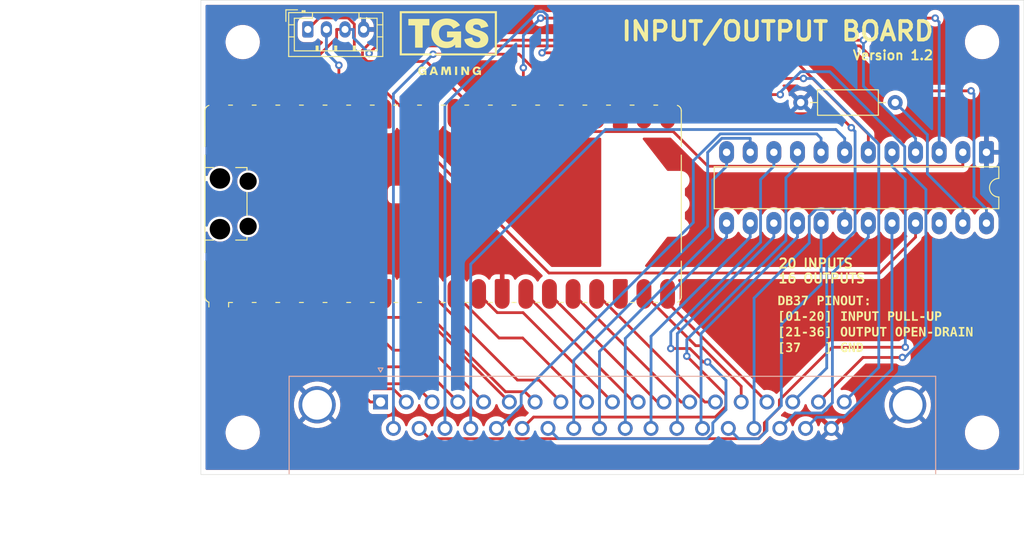
<source format=kicad_pcb>
(kicad_pcb (version 20241229) (generator "pcbnew") (generator_version "9.0")
  (layers (0 "F.Cu" signal) (2 "B.Cu" signal) (13 "F.Paste" user) (15 "B.Paste" user) (5 "F.SilkS" user "F.Silkscreen") (7 "B.SilkS" user "B.Silkscreen") (1 "F.Mask" user) (3 "B.Mask" user) (25 "Edge.Cuts" user))
  (net 0 "")
  (net 7 "Net-(A1-GPIO9)")
  (net 8 "GND")
  (net 9 "Net-(A1-GPIO4)")
  (net 10 "Net-(A1-GPIO28_ADC2)")
  (net 11 "Net-(A1-GPIO11)")
  (net 12 "Net-(A1-GPIO26_ADC0)")
  (net 13 "Net-(A1-GPIO19)")
  (net 14 "Net-(A1-GPIO12)")
  (net 15 "Net-(A1-GPIO2)")
  (net 16 "Net-(A1-GPIO13)")
  (net 17 "Net-(A1-GPIO0)")
  (net 18 "Net-(A1-GPIO16)")
  (net 19 "Net-(A1-GPIO17)")
  (net 20 "Net-(A1-GPIO8)")
  (net 21 "Net-(A1-GPIO18)")
  (net 22 "+3.3V")
  (net 23 "Net-(A1-GPIO3)")
  (net 24 "Net-(A1-GPIO10)")
  (net 25 "Net-(A1-GPIO27_ADC1)")
  (net 26 "Net-(A1-GPIO20)")
  (net 27 "Net-(A1-GPIO21)")
  (net 28 "Net-(A1-GPIO5)")
  (net 29 "Net-(A1-GPIO7)")
  (net 30 "Net-(A1-GPIO6)")
  (net 31 "Net-(A1-GPIO1)")
  (net 32 "Net-(A1-GPIO22)")
  (net 33 "Net-(A1-GPIO15)")
  (net 34 "Net-(A1-GPIO14)")
  (net 35 "Net-(J1-Pin_23)")
  (net 36 "Net-(J1-Pin_14)")
  (net 37 "Net-(J1-Pin_13)")
  (net 38 "Net-(J1-Pin_15)")
  (net 39 "Net-(J1-Pin_20)")
  (net 40 "Net-(J1-Pin_17)")
  (net 41 "Net-(J1-Pin_6)")
  (net 42 "Net-(J1-Pin_8)")
  (net 43 "Net-(J1-Pin_7)")
  (net 44 "Net-(J1-Pin_16)")
  (net 45 "Net-(J1-Pin_9)")
  (net 46 "Net-(J1-Pin_5)")
  (net 47 "Net-(J1-Pin_11)")
  (net 48 "Net-(J1-Pin_18)")
  (net 49 "Net-(J1-Pin_12)")
  (net 50 "Net-(J1-Pin_19)")
  (net 51 "Net-(J1-Pin_10)")
  (footprint "Module:RaspberryPi_Pico_Common_SMD" (layer "F.Cu") (at 136.55 66.89 90)
    (property "Reference" "A1" (hide yes))
    (property "Value" "RaspberryPi_Pico" (hide yes))
  )
  (footprint "Package_DIP:DIP-24_W7.62mm_LongPads" (layer "F.Cu") (at 194.97 61.35 -90)
    (property "Reference" "J1" (hide yes))
    (property "Value" "MBI5026" (hide yes))
  )
  (footprint "MountingHole:MountingHole_3.2mm_M3" (layer "F.Cu") (at 194.5 91.5)
    (property "Reference" "H4" (hide yes))
    (property "Value" "MountingHole" (hide yes))
  )
  (footprint "MountingHole:MountingHole_3.2mm_M3" (layer "F.Cu") (at 115 91.5)
    (property "Reference" "H3" (hide yes))
    (property "Value" "MountingHole" (hide yes))
  )
  (footprint "MountingHole:MountingHole_3.2mm_M3" (layer "F.Cu") (at 115 49.5)
    (property "Reference" "H2" (hide yes))
    (property "Value" "MountingHole" (hide yes))
  )
  (footprint "MountingHole:MountingHole_3.2mm_M3" (layer "F.Cu") (at 194.5 49.5)
    (property "Reference" "H1" (hide yes))
    (property "Value" "MountingHole" (hide yes))
  )
  (footprint "Connector_JST:JST_PH_B4B-PH-K_1x04_P2.00mm_Vertical" (layer "F.Cu") (at 122 48.1405)
    (property "Reference" "J2" (hide yes))
    (property "Value" "Conn_01x04_Pin" (hide yes))
  )
  (footprint "Resistor_THT:R_Axial_DIN0207_L6.3mm_D2.5mm_P10.16mm_Horizontal" (layer "F.Cu") (at 175 56)
    (property "Reference" "R1" (hide yes))
    (property "Value" "R" (hide yes))
  )
  (footprint "connectors:DSUB-37_Female_Horizontal_P2.77x2.84mm_EdgePinOffset4.94mm_Housed_MountingHolesOffset7.48mm" (layer "B.Cu") (at 129.82 88.2 180)
    (property "Reference" "J4" (hide yes))
    (property "Value" "DB37_Female_MountingHoles" (hide yes))
  )
  (gr_poly (pts (xy 139.111135 52.722146) (xy 139.111135 52.140526) (xy 139.34074 52.140526) (xy 139.34074 53.041419) (xy 139.067743 53.041419) (xy 138.729632 52.456743) (xy 138.729632 53.041419) (xy 138.5 53.041419) (xy 138.5 52.140526) (xy 138.770021 52.140526)) (fill yes) (layer "F.SilkS"))
  (gr_poly (pts (xy 136.871701 52.600795) (xy 137.012129 52.140526) (xy 137.346615 52.140526) (xy 137.423119 53.041419) (xy 137.193527 53.041419) (xy 137.135676 52.406499) (xy 136.948245 53.041419) (xy 136.796335 53.041419) (xy 136.608957 52.403416) (xy 136.550471 53.041419) (xy 136.319635 53.041419) (xy 136.397423 52.140526) (xy 136.733099 52.140526)) (fill yes) (layer "F.SilkS"))
  (gr_poly (pts (xy 135.069029 47.707896) (xy 134.349005 47.707896) (xy 134.349005 50.101211) (xy 133.53139 50.101211) (xy 133.53139 47.707896) (xy 132.80921 47.707896) (xy 132.80921 47.012383) (xy 135.069029 47.012383)) (fill yes) (layer "F.SilkS"))
  (gr_poly (pts (xy 136.008472 53.041419) (xy 135.775228 53.041419) (xy 135.717986 52.874705) (xy 135.363616 52.874705) (xy 135.306956 53.041419) (xy 135.073725 53.041419) (xy 135.203705 52.682274) (xy 135.429299 52.682274) (xy 135.652277 52.682274) (xy 135.540794 52.356228) (xy 135.429299 52.682274) (xy 135.203705 52.682274) (xy 135.399771 52.140526) (xy 135.682426 52.140526)) (fill yes) (layer "F.SilkS"))
  (gr_poly (pts (xy 140.216422 52.128562) (xy 140.248501 52.131337) (xy 140.279682 52.135914) (xy 140.309918 52.142251) (xy 140.339165 52.150308) (xy 140.367376 52.160044) (xy 140.394505 52.171421) (xy 140.420508 52.184396) (xy 140.445337 52.198929) (xy 140.468948 52.214981) (xy 140.491294 52.23251) (xy 140.51233 52.251477) (xy 140.53201 52.271841) (xy 140.550288 52.293561) (xy 140.567118 52.316597) (xy 140.582455 52.340909) (xy 140.381161 52.449996) (xy 140.3774 52.442365) (xy 140.373458 52.434985) (xy 140.369336 52.427855) (xy 140.365039 52.420975) (xy 140.360568 52.414344) (xy 140.355925 52.407962) (xy 140.351115 52.401828) (xy 140.346138 52.395941) (xy 140.340998 52.390301) (xy 140.335696 52.384907) (xy 140.330237 52.379759) (xy 140.324621 52.374856) (xy 140.318852 52.370198) (xy 140.312933 52.365784) (xy 140.306865 52.361614) (xy 140.300652 52.357686) (xy 140.294295 52.354001) (xy 140.287798 52.350558) (xy 140.281162 52.347355) (xy 140.274391 52.344394) (xy 140.267487 52.341673) (xy 140.260453 52.339191) (xy 140.25329 52.336948) (xy 140.246003 52.334944) (xy 140.238592 52.333178) (xy 140.231061 52.331649) (xy 140.223412 52.330357) (xy 140.215648 52.329301) (xy 140.199785 52.327895) (xy 140.183491 52.327428) (xy 140.171112 52.327702) (xy 140.158954 52.328521) (xy 140.147026 52.329882) (xy 140.135341 52.331781) (xy 140.123909 52.334213) (xy 140.112743 52.337175) (xy 140.101852 52.340662) (xy 140.09125 52.344672) (xy 140.080947 52.3492) (xy 140.070954 52.354241) (xy 140.061283 52.359793) (xy 140.051946 52.365851) (xy 140.042953 52.372411) (xy 140.034316 52.37947) (xy 140.026047 52.387023) (xy 140.018156 52.395067) (xy 140.010655 52.403597) (xy 140.003556 52.41261) (xy 139.99687 52.422102) (xy 139.990608 52.432068) (xy 139.984782 52.442505) (xy 139.979403 52.45341) (xy 139.974482 52.464777) (xy 139.97003 52.476604) (xy 139.96606 52.488886) (xy 139.962582 52.501619) (xy 139.959609 52.514799) (xy 139.95715 52.528423) (xy 139.955218 52.542486) (xy 139.953824 52.556985) (xy 139.952979 52.571916) (xy 139.952695 52.587275) (xy 139.953707 52.615929) (xy 139.956723 52.64345) (xy 139.958973 52.656755) (xy 139.961714 52.669739) (xy 139.96494 52.682391) (xy 139.968648 52.694698) (xy 139.972835 52.706647) (xy 139.977496 52.718227) (xy 139.982629 52.729425) (xy 139.988229 52.740228) (xy 139.994292 52.750625) (xy 140.000815 52.760603) (xy 140.007793 52.770149) (xy 140.015224 52.779252) (xy 140.023103 52.787898) (xy 140.031427 52.796077) (xy 140.040192 52.803774) (xy 140.049394 52.810978) (xy 140.059029 52.817677) (xy 140.069094 52.823859) (xy 140.079584 52.82951) (xy 140.090497 52.834618) (xy 140.101828 52.839172) (xy 140.113573 52.843159) (xy 140.125729 52.846566) (xy 140.138292 52.849381) (xy 140.151259 52.851593) (xy 140.164625 52.853187) (xy 140.178386 52.854153) (xy 140.19254 52.854478) (xy 140.208567 52.854061) (xy 140.224695 52.852779) (xy 140.240815 52.850584) (xy 140.256817 52.847431) (xy 140.272593 52.843273) (xy 140.288033 52.838063) (xy 140.303027 52.831754) (xy 140.317466 52.824299) (xy 140.33124 52.815652) (xy 140.337844 52.810867) (xy 140.344241 52.805766) (xy 140.350417 52.800344) (xy 140.356358 52.794595) (xy 140.362052 52.788513) (xy 140.367483 52.782092) (xy 140.372639 52.775326) (xy 140.377506 52.768209) (xy 140.382069 52.760736) (xy 140.386317 52.752901) (xy 140.390234 52.744697) (xy 140.393807 52.73612) (xy 140.397023 52.727163) (xy 140.399867 52.71782) (xy 140.19377 52.71782) (xy 140.19377 52.53334) (xy 140.614418 52.53334) (xy 140.614418 53.041406) (xy 140.43663 53.041406) (xy 140.43663 52.944568) (xy 140.425881 52.956803) (xy 140.414425 52.968437) (xy 140.402243 52.979445) (xy 140.38932 52.9898) (xy 140.375638 52.999476) (xy 140.361182 53.008447) (xy 140.345933 53.016688) (xy 140.329875 53.024172) (xy 140.312991 53.030872) (xy 140.295265 53.036764) (xy 140.27668 53.041821) (xy 140.257219 53.046017) (xy 140.236864 53.049326) (xy 140.2156 53.051721) (xy 140.193409 53.053178) (xy 140.170275 53.053669) (xy 140.170222 53.053669) (xy 140.146037 53.053132) (xy 140.122307 53.05153) (xy 140.099052 53.048882) (xy 140.076292 53.045204) (xy 140.054049 53.040513) (xy 140.032343 53.034826) (xy 140.011194 53.028161) (xy 139.990622 53.020535) (xy 139.97065 53.011964) (xy 139.951296 53.002465) (xy 139.932581 52.992057) (xy 139.914527 52.980755) (xy 139.897152 52.968577) (xy 139.88048 52.955539) (xy 139.864528 52.94166) (xy 139.849319 52.926955) (xy 139.834872 52.911443) (xy 139.821209 52.895139) (xy 139.808349 52.878062) (xy 139.796314 52.860228) (xy 139.785123 52.841654) (xy 139.774798 52.822358) (xy 139.765359 52.802356) (xy 139.756826 52.781665) (xy 139.74922 52.760303) (xy 139.742562 52.738287) (xy 139.736871 52.715633) (xy 139.732169 52.692359) (xy 139.728477 52.668481) (xy 139.725813 52.644018) (xy 139.724201 52.618985) (xy 139.723658 52.5934) (xy 139.724218 52.567315) (xy 139.725883 52.541814) (xy 139.728632 52.516912) (xy 139.732443 52.492625) (xy 139.737295 52.46897) (xy 139.743166 52.445962) (xy 139.750035 52.423618) (xy 139.757881 52.401953) (xy 139.766683 52.380984) (xy 139.776418 52.360727) (xy 139.787066 52.341198) (xy 139.798604 52.322412) (xy 139.811012 52.304387) (xy 139.824268 52.287137) (xy 139.838351 52.270679) (xy 139.853239 52.25503) (xy 139.868911 52.240204) (xy 139.885346 52.226218) (xy 139.902522 52.213089) (xy 139.920417 52.200832) (xy 139.93901 52.189464) (xy 139.95828 52.178999) (xy 139.978206 52.169455) (xy 139.998765 52.160848) (xy 140.019937 52.153193) (xy 140.0417 52.146507) (xy 140.064032 52.140805) (xy 140.086913 52.136104) (xy 140.110321 52.13242) (xy 140.134234 52.129768) (xy 140.158631 52.128165) (xy 140.183491 52.127628)) (fill yes) (layer "F.SilkS"))
  (gr_poly (pts (xy 134.360303 52.128562) (xy 134.392378 52.131337) (xy 134.423557 52.135914) (xy 134.453792 52.142251) (xy 134.483038 52.150308) (xy 134.511249 52.160044) (xy 134.538379 52.171421) (xy 134.564383 52.184396) (xy 134.589213 52.198929) (xy 134.612826 52.214981) (xy 134.635174 52.23251) (xy 134.656211 52.251477) (xy 134.675893 52.271841) (xy 134.694172 52.293561) (xy 134.711003 52.316597) (xy 134.726341 52.340909) (xy 134.525059 52.449996) (xy 134.521294 52.442365) (xy 134.517348 52.434985) (xy 134.513224 52.427855) (xy 134.508924 52.420975) (xy 134.50445 52.414344) (xy 134.499806 52.407962) (xy 134.494993 52.401828) (xy 134.490015 52.395941) (xy 134.484873 52.390301) (xy 134.479571 52.384907) (xy 134.47411 52.379759) (xy 134.468494 52.374856) (xy 134.462725 52.370198) (xy 134.456805 52.365784) (xy 134.450737 52.361614) (xy 134.444523 52.357686) (xy 134.438167 52.354001) (xy 134.431669 52.350558) (xy 134.425034 52.347355) (xy 134.418264 52.344394) (xy 134.411361 52.341673) (xy 134.404327 52.339191) (xy 134.397165 52.336948) (xy 134.389878 52.334944) (xy 134.382469 52.333178) (xy 134.374939 52.331649) (xy 134.367291 52.330357) (xy 134.359528 52.329301) (xy 134.343667 52.327895) (xy 134.327376 52.327428) (xy 134.314995 52.327702) (xy 134.302834 52.328521) (xy 134.290904 52.329882) (xy 134.279217 52.331781) (xy 134.267784 52.334213) (xy 134.256615 52.337175) (xy 134.245723 52.340662) (xy 134.23512 52.344672) (xy 134.224815 52.3492) (xy 134.214821 52.354241) (xy 134.205149 52.359793) (xy 134.195811 52.365851) (xy 134.186817 52.372411) (xy 134.178179 52.37947) (xy 134.169909 52.387023) (xy 134.162018 52.395067) (xy 134.154516 52.403597) (xy 134.147417 52.41261) (xy 134.14073 52.422102) (xy 134.134468 52.432068) (xy 134.128641 52.442505) (xy 134.123262 52.45341) (xy 134.118341 52.464777) (xy 134.113889 52.476604) (xy 134.109919 52.488886) (xy 134.106441 52.501619) (xy 134.103467 52.514799) (xy 134.101008 52.528423) (xy 134.099076 52.542486) (xy 134.097682 52.556985) (xy 134.096837 52.571916) (xy 134.096553 52.587275) (xy 134.097565 52.615929) (xy 134.100582 52.64345) (xy 134.102832 52.656755) (xy 134.105572 52.669739) (xy 134.108798 52.682391) (xy 134.112507 52.694698) (xy 134.116694 52.706647) (xy 134.121356 52.718227) (xy 134.126488 52.729425) (xy 134.132088 52.740228) (xy 134.138152 52.750625) (xy 134.144675 52.760603) (xy 134.151654 52.770149) (xy 134.159086 52.779252) (xy 134.166965 52.787898) (xy 134.17529 52.796077) (xy 134.184056 52.803774) (xy 134.193258 52.810978) (xy 134.202894 52.817677) (xy 134.21296 52.823859) (xy 134.223452 52.82951) (xy 134.234366 52.834618) (xy 134.245698 52.839172) (xy 134.257445 52.843159) (xy 134.269603 52.846566) (xy 134.282168 52.849381) (xy 134.295136 52.851593) (xy 134.308504 52.853187) (xy 134.322268 52.854153) (xy 134.336424 52.854478) (xy 134.352444 52.854061) (xy 134.368566 52.852779) (xy 134.384682 52.850584) (xy 134.400681 52.847431) (xy 134.416454 52.843273) (xy 134.431892 52.838063) (xy 134.446885 52.831754) (xy 134.461324 52.824299) (xy 134.475099 52.815652) (xy 134.481703 52.810867) (xy 134.488101 52.805766) (xy 134.494277 52.800344) (xy 134.500219 52.794595) (xy 134.505913 52.788513) (xy 134.511346 52.782092) (xy 134.516503 52.775326) (xy 134.52137 52.768209) (xy 134.525935 52.760736) (xy 134.530184 52.752901) (xy 134.534102 52.744697) (xy 134.537676 52.73612) (xy 134.540893 52.727163) (xy 134.543739 52.71782) (xy 134.337628 52.71782) (xy 134.337628 52.53334) (xy 134.758289 52.53334) (xy 134.758289 53.041406) (xy 134.580502 53.041406) (xy 134.580502 52.944568) (xy 134.569758 52.956803) (xy 134.558304 52.968437) (xy 134.546125 52.979445) (xy 134.533204 52.9898) (xy 134.519523 52.999476) (xy 134.505067 53.008447) (xy 134.489817 53.016688) (xy 134.473758 53.024172) (xy 134.456872 53.030872) (xy 134.439143 53.036764) (xy 134.420554 53.041821) (xy 134.401088 53.046017) (xy 134.380729 53.049326) (xy 134.359459 53.051721) (xy 134.337261 53.053178) (xy 134.31412 53.053669) (xy 134.289931 53.053132) (xy 134.266198 53.05153) (xy 134.24294 53.048882) (xy 134.220178 53.045204) (xy 134.197933 53.040513) (xy 134.176225 53.034826) (xy 134.155074 53.028161) (xy 134.134502 53.020535) (xy 134.114528 53.011964) (xy 134.095173 53.002465) (xy 134.076458 52.992057) (xy 134.058403 52.980755) (xy 134.041028 52.968577) (xy 134.024355 52.955539) (xy 134.008404 52.94166) (xy 133.993195 52.926955) (xy 133.978749 52.911443) (xy 133.965086 52.895139) (xy 133.952227 52.878062) (xy 133.940192 52.860228) (xy 133.929002 52.841654) (xy 133.918678 52.822358) (xy 133.909239 52.802356) (xy 133.900707 52.781665) (xy 133.893102 52.760303) (xy 133.886444 52.738287) (xy 133.880754 52.715633) (xy 133.876053 52.692359) (xy 133.87236 52.668481) (xy 133.869698 52.644018) (xy 133.868085 52.618985) (xy 133.867543 52.5934) (xy 133.868103 52.567315) (xy 133.869767 52.541814) (xy 133.872516 52.516912) (xy 133.876326 52.492625) (xy 133.881177 52.46897) (xy 133.887048 52.445962) (xy 133.893917 52.423618) (xy 133.901762 52.401953) (xy 133.910563 52.380984) (xy 133.920297 52.360727) (xy 133.930944 52.341198) (xy 133.942482 52.322412) (xy 133.954889 52.304387) (xy 133.968144 52.287137) (xy 133.982227 52.270679) (xy 133.997114 52.25503) (xy 134.012786 52.240204) (xy 134.02922 52.226218) (xy 134.046395 52.213089) (xy 134.06429 52.200832) (xy 134.082883 52.189464) (xy 134.102153 52.178999) (xy 134.122079 52.169455) (xy 134.142639 52.160848) (xy 134.163811 52.153193) (xy 134.185575 52.146507) (xy 134.207908 52.140805) (xy 134.230791 52.136104) (xy 134.2542 52.13242) (xy 134.278115 52.129768) (xy 134.302514 52.128165) (xy 134.327376 52.127628)) (fill yes) (layer "F.SilkS"))
  (gr_poly (pts (xy 140.212314 46.970861) (xy 140.318077 46.978755) (xy 140.423465 46.992288) (xy 140.527706 47.011767) (xy 140.630028 47.037501) (xy 140.729659 47.069797) (xy 140.825827 47.108964) (xy 140.917761 47.155308) (xy 141.004688 47.209138) (xy 141.046033 47.238956) (xy 141.085837 47.270761) (xy 141.124004 47.304592) (xy 141.160436 47.340486) (xy 141.195038 47.378483) (xy 141.227714 47.41862) (xy 141.258365 47.460936) (xy 141.286897 47.50547) (xy 141.313213 47.552261) (xy 141.337215 47.601346) (xy 141.358809 47.652764) (xy 141.377896 47.706554) (xy 141.394381 47.762754) (xy 141.408168 47.821402) (xy 140.614444 48.010473) (xy 140.604659 47.959914) (xy 140.598833 47.936003) (xy 140.592387 47.912995) (xy 140.585319 47.890885) (xy 140.57763 47.869666) (xy 140.569322 47.84933) (xy 140.560393 47.829873) (xy 140.550845 47.811286) (xy 140.540678 47.793564) (xy 140.529892 47.776699) (xy 140.518488 47.760686) (xy 140.506466 47.745518) (xy 140.493827 47.731189) (xy 140.48057 47.717691) (xy 140.466697 47.705018) (xy 140.452208 47.693164) (xy 140.437102 47.682123) (xy 140.421381 47.671886) (xy 140.405045 47.662449) (xy 140.388094 47.653805) (xy 140.370529 47.645946) (xy 140.35235 47.638867) (xy 140.333557 47.632561) (xy 140.314151 47.627022) (xy 140.294132 47.622242) (xy 140.273501 47.618215) (xy 140.252258 47.614935) (xy 140.207937 47.61059) (xy 140.161173 47.609153) (xy 140.119287 47.610165) (xy 140.079114 47.613207) (xy 140.040789 47.618293) (xy 140.00445 47.625435) (xy 139.970233 47.634646) (xy 139.938275 47.645937) (xy 139.908713 47.659321) (xy 139.894872 47.666802) (xy 139.881682 47.674811) (xy 139.869159 47.683349) (xy 139.85732 47.692419) (xy 139.846182 47.702021) (xy 139.835762 47.712156) (xy 139.826078 47.722828) (xy 139.817147 47.734037) (xy 139.808985 47.745785) (xy 139.80161 47.758072) (xy 139.795038 47.770902) (xy 139.789287 47.784275) (xy 139.784375 47.798193) (xy 139.780317 47.812658) (xy 139.777131 47.82767) (xy 139.774834 47.843233) (xy 139.773443 47.859346) (xy 139.772976 47.876012) (xy 139.773807 47.891868) (xy 139.776271 47.907147) (xy 139.780322 47.921871) (xy 139.785916 47.936068) (xy 139.793008 47.949761) (xy 139.801553 47.962976) (xy 139.811506 47.975737) (xy 139.822822 47.988071) (xy 139.835457 48) (xy 139.849365 48.011552) (xy 139.864502 48.022751) (xy 139.880822 48.033621) (xy 139.898282 48.044188) (xy 139.916835 48.054476) (xy 139.936438 48.064512) (xy 139.957045 48.074319) (xy 140.001093 48.093349) (xy 140.048619 48.111766) (xy 140.099265 48.12977) (xy 140.152672 48.147562) (xy 140.38673 48.220605) (xy 140.561993 48.279025) (xy 140.650907 48.311455) (xy 140.739367 48.346726) (xy 140.826392 48.385358) (xy 140.911 48.427871) (xy 140.992209 48.474784) (xy 141.069038 48.526619) (xy 141.140504 48.583895) (xy 141.17392 48.614736) (xy 141.205627 48.647132) (xy 141.235503 48.681149) (xy 141.263424 48.716851) (xy 141.289269 48.754303) (xy 141.312914 48.793571) (xy 141.334237 48.834719) (xy 141.353115 48.877813) (xy 141.369425 48.922917) (xy 141.383045 48.970097) (xy 141.393852 49.019417) (xy 141.401723 49.070943) (xy 141.406536 49.124739) (xy 141.408168 49.180871) (xy 141.406456 49.243346) (xy 141.401386 49.303526) (xy 141.393055 49.361433) (xy 141.381563 49.417086) (xy 141.367006 49.470506) (xy 141.349484 49.521713) (xy 141.329094 49.570728) (xy 141.305934 49.617571) (xy 141.280103 49.662263) (xy 141.251697 49.704823) (xy 141.220817 49.745272) (xy 141.187559 49.783631) (xy 141.152022 49.81992) (xy 141.114303 49.854159) (xy 141.074502 49.88637) (xy 141.032716 49.916571) (xy 140.989042 49.944784) (xy 140.94358 49.971029) (xy 140.896427 49.995326) (xy 140.847682 50.017697) (xy 140.797442 50.03816) (xy 140.745805 50.056737) (xy 140.692871 50.073448) (xy 140.638735 50.088313) (xy 140.583498 50.101353) (xy 140.527257 50.112588) (xy 140.412155 50.129726) (xy 140.294213 50.139888) (xy 140.174217 50.14324) (xy 140.174177 50.143253) (xy 140.044851 50.139444) (xy 139.919087 50.128048) (xy 139.797397 50.10911) (xy 139.68029 50.082678) (xy 139.56828 50.048797) (xy 139.461877 50.007514) (xy 139.361593 49.958874) (xy 139.267938 49.902923) (xy 139.223757 49.872221) (xy 139.181425 49.839709) (xy 139.141005 49.805392) (xy 139.102563 49.769276) (xy 139.066162 49.731368) (xy 139.031866 49.691672) (xy 138.999738 49.650194) (xy 138.969843 49.606941) (xy 138.942245 49.561918) (xy 138.917007 49.515131) (xy 138.894194 49.466586) (xy 138.873869 49.416288) (xy 138.856096 49.364243) (xy 138.840939 49.310457) (xy 138.828463 49.254936) (xy 138.81873 49.197685) (xy 139.675398 49.008587) (xy 139.678194 49.039583) (xy 139.682099 49.069536) (xy 139.687093 49.098449) (xy 139.693154 49.126328) (xy 139.70026 49.153176) (xy 139.70839 49.178997) (xy 139.717523 49.203794) (xy 139.727637 49.227572) (xy 139.73871 49.250333) (xy 139.750721 49.272083) (xy 139.76365 49.292825) (xy 139.777473 49.312563) (xy 139.79217 49.3313) (xy 139.80772 49.349041) (xy 139.8241 49.365789) (xy 139.84129 49.381549) (xy 139.859268 49.396323) (xy 139.878013 49.410117) (xy 139.897502 49.422933) (xy 139.917715 49.434776) (xy 139.93863 49.445649) (xy 139.960226 49.455557) (xy 139.982482 49.464502) (xy 140.005374 49.47249) (xy 140.028884 49.479524) (xy 140.052988 49.485607) (xy 140.077666 49.490744) (xy 140.102895 49.494938) (xy 140.154924 49.500514) (xy 140.208904 49.502366) (xy 140.247773 49.501214) (xy 140.284642 49.497778) (xy 140.31944 49.492089) (xy 140.352097 49.484178) (xy 140.367601 49.479398) (xy 140.382543 49.474075) (xy 140.396916 49.468211) (xy 140.41071 49.461811) (xy 140.423916 49.454879) (xy 140.436525 49.447418) (xy 140.44853 49.439432) (xy 140.459921 49.430925) (xy 140.470689 49.421901) (xy 140.480826 49.412364) (xy 140.490322 49.402318) (xy 140.49917 49.391765) (xy 140.50736 49.380712) (xy 140.514884 49.36916) (xy 140.521733 49.357114) (xy 140.527898 49.344578) (xy 140.533371 49.331556) (xy 140.538142 49.318051) (xy 140.542203 49.304068) (xy 140.545546 49.28961) (xy 140.548161 49.274681) (xy 140.550039 49.259285) (xy 140.551173 49.243426) (xy 140.551553 49.227107) (xy 140.550664 49.205857) (xy 140.548031 49.185424) (xy 140.5437 49.165776) (xy 140.537718 49.146881) (xy 140.530131 49.128707) (xy 140.520987 49.11122) (xy 140.510332 49.094389) (xy 140.498213 49.078182) (xy 140.484678 49.062565) (xy 140.469772 49.047508) (xy 140.453544 49.032976) (xy 140.436039 49.018939) (xy 140.417304 49.005363) (xy 140.397387 48.992217) (xy 140.376335 48.979468) (xy 140.354193 48.967084) (xy 140.33101 48.955032) (xy 140.306831 48.943281) (xy 140.255677 48.920549) (xy 140.201104 48.898629) (xy 140.143488 48.877264) (xy 140.083205 48.856194) (xy 140.020628 48.835161) (xy 139.890095 48.792171) (xy 139.720294 48.735435) (xy 139.635529 48.704518) (xy 139.551944 48.671212) (xy 139.470354 48.635001) (xy 139.391575 48.595366) (xy 139.316425 48.551792) (xy 139.24572 48.503761) (xy 139.212289 48.477912) (xy 139.180276 48.450755) (xy 139.149781 48.422225) (xy 139.120908 48.392258) (xy 139.093759 48.360789) (xy 139.068435 48.327753) (xy 139.045038 48.293086) (xy 139.023671 48.256723) (xy 139.004436 48.218599) (xy 138.987434 48.17865) (xy 138.972768 48.136811) (xy 138.96054 48.093018) (xy 138.950851 48.047205) (xy 138.943804 47.999309) (xy 138.939501 47.949264) (xy 138.938044 47.897007) (xy 138.939446 47.84369) (xy 138.943619 47.791702) (xy 138.950512 47.741067) (xy 138.960074 47.691808) (xy 138.972255 47.64395) (xy 138.987005 47.597516) (xy 139.004274 47.55253) (xy 139.02401 47.509016) (xy 139.046164 47.466998) (xy 139.070685 47.4265) (xy 139.097523 47.387545) (xy 139.126627 47.350158) (xy 139.157946 47.314362) (xy 139.191431 47.280181) (xy 139.227031 47.247638) (xy 139.264695 47.216759) (xy 139.304374 47.187567) (xy 139.346016 47.160085) (xy 139.389571 47.134337) (xy 139.434989 47.110347) (xy 139.48222 47.08814) (xy 139.531212 47.067738) (xy 139.581916 47.049167) (xy 139.634281 47.032449) (xy 139.688256 47.017608) (xy 139.743792 47.004669) (xy 139.800837 46.993655) (xy 139.859342 46.98459) (xy 139.919256 46.977498) (xy 139.980528 46.972403) (xy 140.043109 46.969328) (xy 140.106947 46.968298)) (fill yes) (layer "F.SilkS"))
  (gr_poly (pts (xy 142.334209 50.937003) (xy 131.883168 50.937003) (xy 131.883168 50.712887) (xy 132.111605 50.712887) (xy 142.105781 50.712887) (xy 142.105781 46.398591) (xy 132.111605 46.398591) (xy 132.111605 50.712887) (xy 131.883168 50.712887) (xy 131.883168 46.174503) (xy 142.334209 46.174503)) (fill yes) (layer "F.SilkS"))
  (gr_poly (pts (xy 138.057405 53.041419) (xy 137.827813 53.041419) (xy 137.827813 52.140526) (xy 138.057405 52.140526)) (fill yes) (layer "F.SilkS"))
  (gr_poly (pts (xy 137.048204 46.971456) (xy 137.163622 46.980971) (xy 137.275813 46.996661) (xy 137.384611 47.018387) (xy 137.489852 47.04601) (xy 137.59137 47.079392) (xy 137.689 47.118395) (xy 137.782577 47.16288) (xy 137.871936 47.212708) (xy 137.95691 47.267742) (xy 138.037336 47.327842) (xy 138.113047 47.39287) (xy 138.183879 47.462688) (xy 138.249667 47.537157) (xy 138.310244 47.616139) (xy 138.365446 47.699495) (xy 137.64111 48.073537) (xy 137.627567 48.047369) (xy 137.613373 48.022063) (xy 137.598536 47.997614) (xy 137.583066 47.974022) (xy 137.566972 47.951285) (xy 137.550262 47.9294) (xy 137.532946 47.908366) (xy 137.515033 47.888181) (xy 137.496532 47.868843) (xy 137.477452 47.850349) (xy 137.457803 47.832698) (xy 137.437594 47.815888) (xy 137.416833 47.799917) (xy 137.395529 47.784783) (xy 137.373693 47.770485) (xy 137.351333 47.757019) (xy 137.328458 47.744384) (xy 137.305077 47.732579) (xy 137.2812 47.721601) (xy 137.256836 47.711449) (xy 137.231993 47.702119) (xy 137.206681 47.693612) (xy 137.180908 47.685923) (xy 137.154685 47.679053) (xy 137.128021 47.672998) (xy 137.100923 47.667756) (xy 137.073402 47.663327) (xy 137.045467 47.659707) (xy 136.988389 47.654888) (xy 136.929764 47.653286) (xy 136.885212 47.654225) (xy 136.841451 47.657035) (xy 136.798522 47.661701) (xy 136.756465 47.66821) (xy 136.715321 47.67655) (xy 136.675132 47.686705) (xy 136.635938 47.698663) (xy 136.59778 47.712411) (xy 136.5607 47.727934) (xy 136.524737 47.74522) (xy 136.489933 47.764255) (xy 136.456328 47.785026) (xy 136.423965 47.807518) (xy 136.392883 47.83172) (xy 136.363123 47.857616) (xy 136.334726 47.885195) (xy 136.307734 47.914441) (xy 136.282187 47.945343) (xy 136.258125 47.977886) (xy 136.235591 48.012056) (xy 136.214624 48.047842) (xy 136.195266 48.085228) (xy 136.177557 48.124202) (xy 136.161539 48.16475) (xy 136.147253 48.206859) (xy 136.134738 48.250515) (xy 136.124037 48.295705) (xy 136.115189 48.342415) (xy 136.108237 48.390632) (xy 136.10322 48.440343) (xy 136.10018 48.491533) (xy 136.099158 48.544191) (xy 136.10007 48.593775) (xy 136.102799 48.642431) (xy 136.107331 48.690116) (xy 136.113652 48.736787) (xy 136.121749 48.782403) (xy 136.131608 48.826921) (xy 136.143216 48.870298) (xy 136.15656 48.912493) (xy 136.171625 48.953463) (xy 136.188399 48.993165) (xy 136.206867 49.031558) (xy 136.227017 49.068599) (xy 136.248834 49.104245) (xy 136.272306 49.138455) (xy 136.297419 49.171186) (xy 136.324159 49.202396) (xy 136.352513 49.232042) (xy 136.382468 49.260083) (xy 136.414009 49.286475) (xy 136.447124 49.311176) (xy 136.481798 49.334145) (xy 136.518019 49.355338) (xy 136.555773 49.374714) (xy 136.595046 49.39223) (xy 136.635825 49.407844) (xy 136.678096 49.421513) (xy 136.721846 49.433195) (xy 136.767062 49.442849) (xy 136.813729 49.45043) (xy 136.861835 49.455898) (xy 136.911366 49.45921) (xy 136.962308 49.460323) (xy 137.019955 49.458893) (xy 137.077972 49.454496) (xy 137.135964 49.446972) (xy 137.193538 49.43616) (xy 137.250299 49.421901) (xy 137.305854 49.404035) (xy 137.359808 49.382401) (xy 137.411767 49.35684) (xy 137.461337 49.327191) (xy 137.485103 49.310784) (xy 137.508125 49.293294) (xy 137.530352 49.274703) (xy 137.551735 49.25499) (xy 137.572226 49.234135) (xy 137.591774 49.212117) (xy 137.610332 49.188918) (xy 137.627849 49.164517) (xy 137.644276 49.138894) (xy 137.659564 49.112028) (xy 137.673663 49.083901) (xy 137.686525 49.054492) (xy 137.698101 49.02378) (xy 137.70834 48.991747) (xy 136.966647 48.991747) (xy 136.966647 48.359273) (xy 138.480421 48.359273) (xy 138.480421 50.101158) (xy 137.840658 50.101158) (xy 137.840658 49.769172) (xy 137.801995 49.811114) (xy 137.760779 49.850997) (xy 137.716952 49.888733) (xy 137.670453 49.924231) (xy 137.621221 49.957402) (xy 137.569196 49.988157) (xy 137.514318 50.016407) (xy 137.456526 50.042063) (xy 137.395761 50.065035) (xy 137.331962 50.085233) (xy 137.265068 50.102569) (xy 137.195019 50.116953) (xy 137.121756 50.128296) (xy 137.045217 50.136509) (xy 136.965343 50.141502) (xy 136.882073 50.143187) (xy 136.882113 50.143253) (xy 136.795072 50.14141) (xy 136.709668 50.135919) (xy 136.625974 50.126839) (xy 136.544066 50.114229) (xy 136.464015 50.098147) (xy 136.385897 50.078652) (xy 136.309785 50.055802) (xy 136.235753 50.029655) (xy 136.163875 50.00027) (xy 136.094224 49.967705) (xy 136.026875 49.93202) (xy 135.961902 49.893272) (xy 135.899378 49.85152) (xy 135.839377 49.806822) (xy 135.781974 49.759237) (xy 135.727241 49.708824) (xy 135.675253 49.65564) (xy 135.626084 49.599745) (xy 135.579808 49.541196) (xy 135.536498 49.480053) (xy 135.496228 49.416374) (xy 135.459072 49.350217) (xy 135.425105 49.28164) (xy 135.394399 49.210703) (xy 135.367029 49.137464) (xy 135.343069 49.061981) (xy 135.322592 48.984313) (xy 135.305673 48.904517) (xy 135.292385 48.822654) (xy 135.282802 48.73878) (xy 135.276998 48.652956) (xy 135.275047 48.565238) (xy 135.277061 48.475799) (xy 135.283052 48.388361) (xy 135.292942 48.302978) (xy 135.306655 48.219705) (xy 135.324114 48.138597) (xy 135.345241 48.05971) (xy 135.369959 47.983098) (xy 135.398192 47.908817) (xy 135.429862 47.836921) (xy 135.464892 47.767465) (xy 135.503206 47.700505) (xy 135.544725 47.636096) (xy 135.589374 47.574292) (xy 135.637075 47.515148) (xy 135.68775 47.458721) (xy 135.741324 47.405063) (xy 135.797718 47.354232) (xy 135.856856 47.306281) (xy 135.91866 47.261266) (xy 135.983055 47.219241) (xy 136.049961 47.180263) (xy 136.119304 47.144385) (xy 136.191004 47.111662) (xy 136.264986 47.082151) (xy 136.341173 47.055906) (xy 136.419486 47.032981) (xy 136.49985 47.013432) (xy 136.582187 46.997314) (xy 136.66642 46.984683) (xy 136.752472 46.975592) (xy 136.840266 46.970097) (xy 136.929724 46.968253)) (fill yes) (layer "F.SilkS"))
  (gr_rect (start 110.5 45) (end 199 96) (stroke (width 0.05)) (fill no) (layer "Edge.Cuts"))
  (gr_text "Version 1.2" (at 180.5 51.5 0) (layer "F.SilkS") (effects (font (size 1 1) (thickness 0.2) (bold yes)) (justify left bottom)))
  (gr_text "DB37 PINOUT:\n[01-20] INPUT PULL-UP\n[21-36] OUTPUT OPEN-DRAIN\n[37   ] GND" (at 172.5 83 0) (layer "F.SilkS") (effects (font (size 1 1) (thickness 0.25) (bold yes)) (justify left bottom)))
  (gr_text "20 INPUTS\n16 OUTPUTS" (at 172.5 75.5 0) (layer "F.SilkS") (effects (font (size 1 1) (thickness 0.2) (bold yes)) (justify left bottom)))
  (gr_text "INPUT/OUTPUT BOARD" (at 189.5 49.5 0) (layer "F.SilkS") (effects (font (size 2 2) (thickness 0.4) (bold yes)) (justify right bottom)))
  (segment (start 142.3742 78.5942) (end 140.36 76.58) (width 0.3) (layer "F.Cu") (net 7))
  (segment (start 154.75 88.2) (end 145.1442 78.5942) (width 0.3) (layer "F.Cu") (net 7))
  (segment (start 145.1442 78.5942) (end 142.3742 78.5942) (width 0.3) (layer "F.Cu") (net 7))
  (segment (start 135.3335 82.6335) (end 140.9 88.2) (width 0.3) (layer "F.Cu") (net 9))
  (segment (start 131.1735 82.6335) (end 135.3335 82.6335) (width 0.3) (layer "F.Cu") (net 9))
  (segment (start 125.12 76.58) (end 131.1735 82.6335) (width 0.3) (layer "F.Cu") (net 9))
  (segment (start 127.66 57.2) (end 125.3405 54.8805) (width 0.3) (layer "F.Cu") (net 10))
  (segment (start 125.3405 54.8805) (end 125.3405 51.9918) (width 0.3) (layer "F.Cu") (net 10))
  (via (at 125.3405 51.9918) (size 0.8) (drill 0.4) (layers "F.Cu" "B.Cu") (net 10))
  (segment (start 125.3405 51.9918) (end 124 50.6513) (width 0.3) (layer "B.Cu") (net 10))
  (segment (start 124 50.6513) (end 124 48.1405) (width 0.3) (layer "B.Cu") (net 10))
  (segment (start 159.6 88.2) (end 147.98 76.58) (width 0.3) (layer "F.Cu") (net 11))
  (segment (start 160.29 88.2) (end 159.6 88.2) (width 0.3) (layer "F.Cu") (net 11))
  (segment (start 135.28 61.6916) (end 135.28 57.2) (width 0.3) (layer "F.Cu") (net 12))
  (segment (start 147.9201 74.3317) (end 135.28 61.6916) (width 0.3) (layer "F.Cu") (net 12))
  (segment (start 183.49 74.3317) (end 147.9201 74.3317) (width 0.3) (layer "F.Cu") (net 12))
  (segment (start 187.35 68.97) (end 187.35 70.4717) (width 0.3) (layer "F.Cu") (net 12))
  (segment (start 187.35 70.4717) (end 183.49 74.3317) (width 0.3) (layer "F.Cu") (net 12))
  (segment (start 144.7118 50.8072) (end 135.4679 50.8072) (width 0.3) (layer "F.Cu") (net 13))
  (segment (start 150.52 57.2) (end 150.52 56.6154) (width 0.3) (layer "F.Cu") (net 13))
  (segment (start 150.52 56.6154) (end 144.7118 50.8072) (width 0.3) (layer "F.Cu") (net 13))
  (via (at 135.4679 50.8072) (size 0.8) (drill 0.4) (layers "F.Cu" "B.Cu") (net 13))
  (segment (start 131.205 55.0701) (end 131.205 91.04) (width 0.3) (layer "B.Cu") (net 13))
  (segment (start 135.4679 50.8072) (end 131.205 55.0701) (width 0.3) (layer "B.Cu") (net 13))
  (segment (start 150.52 76.58) (end 162.14 88.2) (width 0.3) (layer "F.Cu") (net 14))
  (segment (start 162.14 88.2) (end 163.06 88.2) (width 0.3) (layer "F.Cu") (net 14))
  (segment (start 133.4004 86.2404) (end 135.36 88.2) (width 0.3) (layer "F.Cu") (net 15))
  (segment (start 120.04 76.58) (end 129.7004 86.2404) (width 0.3) (layer "F.Cu") (net 15))
  (segment (start 129.7004 86.2404) (end 133.4004 86.2404) (width 0.3) (layer "F.Cu") (net 15))
  (segment (start 153.06 76.58) (end 164.68 88.2) (width 0.3) (layer "F.Cu") (net 16))
  (segment (start 164.68 88.2) (end 165.83 88.2) (width 0.3) (layer "F.Cu") (net 16))
  (segment (start 128.7183 88.2) (end 120.3982 79.8799) (width 0.3) (layer "F.Cu") (net 17))
  (segment (start 129.82 88.2) (end 128.7183 88.2) (width 0.3) (layer "F.Cu") (net 17))
  (segment (start 115.7199 79.8799) (end 112.42 76.58) (width 0.3) (layer "F.Cu") (net 17))
  (segment (start 120.3982 79.8799) (end 115.7199 79.8799) (width 0.3) (layer "F.Cu") (net 17))
  (segment (start 160.68 57.2) (end 178.9353 57.2) (width 0.3) (layer "F.Cu") (net 18))
  (segment (start 178.9353 57.2) (end 180.4414 58.7061) (width 0.3) (layer "F.Cu") (net 18))
  (via (at 180.4414 58.7061) (size 0.8) (drill 0.4) (layers "F.Cu" "B.Cu") (net 18))
  (segment (start 180.8458 69.8227) (end 177.7958 72.8727) (width 0.3) (layer "B.Cu") (net 18))
  (segment (start 177.7958 84.5442) (end 174.14 88.2) (width 0.3) (layer "B.Cu") (net 18))
  (segment (start 180.8458 59.1105) (end 180.8458 69.8227) (width 0.3) (layer "B.Cu") (net 18))
  (segment (start 177.7958 72.8727) (end 177.7958 84.5442) (width 0.3) (layer "B.Cu") (net 18))
  (segment (start 180.4414 58.7061) (end 180.8458 59.1105) (width 0.3) (layer "B.Cu") (net 18))
  (segment (start 160.1934 55.1466) (end 158.14 57.2) (width 0.3) (layer "F.Cu") (net 19))
  (segment (start 172.8028 55.1466) (end 160.1934 55.1466) (width 0.3) (layer "F.Cu") (net 19))
  (segment (start 181.6981 83.4119) (end 185.9339 83.4119) (width 0.3) (layer "F.Cu") (net 19))
  (segment (start 176.91 88.2) (end 181.6981 83.4119) (width 0.3) (layer "F.Cu") (net 19))
  (via (at 172.8028 55.1466) (size 0.8) (drill 0.4) (layers "F.Cu" "B.Cu") (net 19))
  (via (at 185.9339 83.4119) (size 0.8) (drill 0.4) (layers "F.Cu" "B.Cu") (net 19))
  (segment (start 186.1825 60.7388) (end 178.1297 52.686) (width 0.3) (layer "B.Cu") (net 19))
  (segment (start 178.1297 52.686) (end 175.0077 52.686) (width 0.3) (layer "B.Cu") (net 19))
  (segment (start 172.8028 54.8909) (end 172.8028 55.1466) (width 0.3) (layer "B.Cu") (net 19))
  (segment (start 188.4608 65.3503) (end 186.1825 63.072) (width 0.3) (layer "B.Cu") (net 19))
  (segment (start 186.1825 63.072) (end 186.1825 60.7388) (width 0.3) (layer "B.Cu") (net 19))
  (segment (start 186.2046 83.4119) (end 188.4608 81.1557) (width 0.3) (layer "B.Cu") (net 19))
  (segment (start 188.4608 81.1557) (end 188.4608 65.3503) (width 0.3) (layer "B.Cu") (net 19))
  (segment (start 185.9339 83.4119) (end 186.2046 83.4119) (width 0.3) (layer "B.Cu") (net 19))
  (segment (start 175.0077 52.686) (end 172.8028 54.8909) (width 0.3) (layer "B.Cu") (net 19))
  (segment (start 145.1002 81.3202) (end 151.98 88.2) (width 0.3) (layer "F.Cu") (net 20))
  (segment (start 137.82 76.58) (end 142.5602 81.3202) (width 0.3) (layer "F.Cu") (net 20))
  (segment (start 142.5602 81.3202) (end 145.1002 81.3202) (width 0.3) (layer "F.Cu") (net 20))
  (segment (start 175.2981 53.4126) (end 156.8474 53.4126) (width 0.3) (layer "F.Cu") (net 21))
  (segment (start 156.8474 53.4126) (end 153.06 57.2) (width 0.3) (layer "F.Cu") (net 21))
  (via (at 175.2981 53.4126) (size 0.8) (drill 0.4) (layers "F.Cu" "B.Cu") (net 21))
  (segment (start 179.68 88.2) (end 183.3936 84.4864) (width 0.3) (layer "B.Cu") (net 21))
  (segment (start 183.3936 84.4864) (end 183.3936 60.4785) (width 0.3) (layer "B.Cu") (net 21))
  (segment (start 176.3277 53.4126) (end 175.2981 53.4126) (width 0.3) (layer "B.Cu") (net 21))
  (segment (start 183.3936 60.4785) (end 176.3277 53.4126) (width 0.3) (layer "B.Cu") (net 21))
  (segment (start 186.2032 54.7457) (end 193.3169 54.7457) (width 0.3) (layer "F.Cu") (net 22))
  (segment (start 126 48.1405) (end 125.0983 48.1405) (width 0.3) (layer "F.Cu") (net 22))
  (segment (start 125.0983 49.0422) (end 122.58 51.5605) (width 0.3) (layer "F.Cu") (net 22))
  (segment (start 181.3658 49.9083) (end 186.2032 54.7457) (width 0.3) (layer "F.Cu") (net 22))
  (segment (start 122.58 51.5605) (end 122.58 57.2) (width 0.3) (layer "F.Cu") (net 22))
  (segment (start 129.4042 49.9083) (end 181.3658 49.9083) (width 0.3) (layer "F.Cu") (net 22))
  (segment (start 128.5888 50.7237) (end 129.4042 49.9083) (width 0.3) (layer "F.Cu") (net 22))
  (segment (start 125.0983 48.1405) (end 125.0983 49.0422) (width 0.3) (layer "F.Cu") (net 22))
  (via (at 193.3169 54.7457) (size 0.8) (drill 0.4) (layers "F.Cu" "B.Cu") (net 22))
  (via (at 128.5888 50.7237) (size 0.8) (drill 0.4) (layers "F.Cu" "B.Cu") (net 22))
  (segment (start 193.6277 66.126) (end 194.97 67.4683) (width 0.3) (layer "B.Cu") (net 22))
  (segment (start 193.6277 55.0565) (end 193.6277 66.126) (width 0.3) (layer "B.Cu") (net 22))
  (segment (start 193.3169 54.7457) (end 193.6277 55.0565) (width 0.3) (layer "B.Cu") (net 22))
  (segment (start 126.9017 49.0366) (end 128.5888 50.7237) (width 0.3) (layer "B.Cu") (net 22))
  (segment (start 126 48.1405) (end 126.9017 48.1405) (width 0.3) (layer "B.Cu") (net 22))
  (segment (start 126.9017 48.1405) (end 126.9017 49.0366) (width 0.3) (layer "B.Cu") (net 22))
  (segment (start 194.97 68.97) (end 194.97 67.4683) (width 0.3) (layer "B.Cu") (net 22))
  (segment (start 130.4183 84.4183) (end 122.58 76.58) (width 0.3) (layer "F.Cu") (net 23))
  (segment (start 138.13 88.2) (end 134.3483 84.4183) (width 0.3) (layer "F.Cu") (net 23))
  (segment (start 134.3483 84.4183) (end 130.4183 84.4183) (width 0.3) (layer "F.Cu") (net 23))
  (segment (start 157.06 88.2) (end 157.52 88.2) (width 0.3) (layer "F.Cu") (net 24))
  (segment (start 145.44 76.58) (end 157.06 88.2) (width 0.3) (layer "F.Cu") (net 24))
  (segment (start 126.9999 51.4599) (end 132.74 57.2) (width 0.3) (layer "F.Cu") (net 25))
  (segment (start 126.9999 47.5704) (end 126.9999 51.4599) (width 0.3) (layer "F.Cu") (net 25))
  (segment (start 123.2406 46.8999) (end 126.3294 46.8999) (width 0.3) (layer "F.Cu") (net 25))
  (segment (start 122 48.1405) (end 123.2406 46.8999) (width 0.3) (layer "F.Cu") (net 25))
  (segment (start 126.3294 46.8999) (end 126.9999 47.5704) (width 0.3) (layer "F.Cu") (net 25))
  (segment (start 161.2943 59.1236) (end 149.9036 59.1236) (width 0.3) (layer "F.Cu") (net 26))
  (segment (start 192.43 61.35) (end 192.43 62.8517) (width 0.3) (layer "F.Cu") (net 26))
  (segment (start 192.43 62.8517) (end 165.0224 62.8517) (width 0.3) (layer "F.Cu") (net 26))
  (segment (start 165.0224 62.8517) (end 161.2943 59.1236) (width 0.3) (layer "F.Cu") (net 26))
  (segment (start 149.9036 59.1236) (end 147.98 57.2) (width 0.3) (layer "F.Cu") (net 26))
  (segment (start 147.0377 46.924) (end 189.4603 46.924) (width 0.3) (layer "F.Cu") (net 27))
  (segment (start 145.44 57.2) (end 145.1747 56.9347) (width 0.3) (layer "F.Cu") (net 27))
  (segment (start 145.1747 56.9347) (end 145.1747 52.2624) (width 0.3) (layer "F.Cu") (net 27))
  (via (at 189.4603 46.924) (size 0.8) (drill 0.4) (layers "F.Cu" "B.Cu") (net 27))
  (via (at 145.1747 52.2624) (size 0.8) (drill 0.4) (layers "F.Cu" "B.Cu") (net 27))
  (via (at 147.0377 46.924) (size 0.8) (drill 0.4) (layers "F.Cu" "B.Cu") (net 27))
  (segment (start 189.89 47.3537) (end 189.89 61.35) (width 0.3) (layer "B.Cu") (net 27))
  (segment (start 145.1747 52.2624) (end 145.1747 48.787) (width 0.3) (layer "B.Cu") (net 27))
  (segment (start 189.4603 46.924) (end 189.89 47.3537) (width 0.3) (layer "B.Cu") (net 27))
  (segment (start 145.1747 48.787) (end 147.0377 46.924) (width 0.3) (layer "B.Cu") (net 27))
  (segment (start 130.1834 79.1034) (end 134.5734 79.1034) (width 0.3) (layer "F.Cu") (net 28))
  (segment (start 127.66 76.58) (end 130.1834 79.1034) (width 0.3) (layer "F.Cu") (net 28))
  (segment (start 134.5734 79.1034) (end 143.67 88.2) (width 0.3) (layer "F.Cu") (net 28))
  (segment (start 144.5453 85.8453) (end 146.8553 85.8453) (width 0.3) (layer "F.Cu") (net 29))
  (segment (start 146.8553 85.8453) (end 149.21 88.2) (width 0.3) (layer "F.Cu") (net 29))
  (segment (start 135.28 76.58) (end 144.5453 85.8453) (width 0.3) (layer "F.Cu") (net 29))
  (segment (start 146.44 88.2) (end 145.3383 87.0983) (width 0.3) (layer "F.Cu") (net 30))
  (segment (start 145.3383 87.0983) (end 143.2583 87.0983) (width 0.3) (layer "F.Cu") (net 30))
  (segment (start 143.2583 87.0983) (end 132.74 76.58) (width 0.3) (layer "F.Cu") (net 30))
  (segment (start 128.0595 86.7813) (end 120.3904 79.1122) (width 0.3) (layer "F.Cu") (net 31))
  (segment (start 132.59 88.2) (end 131.1713 86.7813) (width 0.3) (layer "F.Cu") (net 31))
  (segment (start 120.3904 79.1122) (end 117.4922 79.1122) (width 0.3) (layer "F.Cu") (net 31))
  (segment (start 117.4922 79.1122) (end 114.96 76.58) (width 0.3) (layer "F.Cu") (net 31))
  (segment (start 131.1713 86.7813) (end 128.0595 86.7813) (width 0.3) (layer "F.Cu") (net 31))
  (segment (start 127.8777 50.3956) (end 128.9759 49.2974) (width 0.3) (layer "F.Cu") (net 32))
  (segment (start 134.748 51.588) (end 128.3999 51.588) (width 0.3) (layer "F.Cu") (net 32))
  (segment (start 127.8777 51.0658) (end 127.8777 50.3956) (width 0.3) (layer "F.Cu") (net 32))
  (segment (start 128.3999 51.588) (end 127.8777 51.0658) (width 0.3) (layer "F.Cu") (net 32))
  (segment (start 140.36 57.2) (end 134.748 51.588) (width 0.3) (layer "F.Cu") (net 32))
  (segment (start 128.9759 49.2974) (end 181.7471 49.2974) (width 0.3) (layer "F.Cu") (net 32))
  (via (at 181.7471 49.2974) (size 0.8) (drill 0.4) (layers "F.Cu" "B.Cu") (net 32))
  (segment (start 187.35 61.35) (end 187.35 59.8483) (width 0.3) (layer "B.Cu") (net 32))
  (segment (start 181.7471 54.2454) (end 187.35 59.8483) (width 0.3) (layer "B.Cu") (net 32))
  (segment (start 181.7471 49.2974) (end 181.7471 54.2454) (width 0.3) (layer "B.Cu") (net 32))
  (segment (start 171.37 88.2) (end 160.68 77.51) (width 0.3) (layer "F.Cu") (net 33))
  (segment (start 160.68 77.51) (end 160.68 76.58) (width 0.3) (layer "F.Cu") (net 33))
  (segment (start 168.6 88.2) (end 168.6 86.5192) (width 0.3) (layer "F.Cu") (net 34))
  (segment (start 164.2268 82.146) (end 163.706 82.146) (width 0.3) (layer "F.Cu") (net 34))
  (segment (start 168.6 86.5192) (end 164.2268 82.146) (width 0.3) (layer "F.Cu") (net 34))
  (segment (start 163.706 82.146) (end 158.14 76.58) (width 0.3) (layer "F.Cu") (net 34))
  (segment (start 192.43 68.97) (end 192.43 67.4683) (width 0.3) (layer "B.Cu") (net 35))
  (segment (start 188.62 59.46) (end 188.62 63.6583) (width 0.3) (layer "B.Cu") (net 35))
  (segment (start 188.62 63.6583) (end 192.43 67.4683) (width 0.3) (layer "B.Cu") (net 35))
  (segment (start 185.16 56) (end 188.62 59.46) (width 0.3) (layer "B.Cu") (net 35))
  (segment (start 158.905 81.1367) (end 158.905 91.04) (width 0.3) (layer "B.Cu") (net 36))
  (segment (start 169.57 68.97) (end 169.57 70.4717) (width 0.3) (layer "B.Cu") (net 36))
  (segment (start 169.57 70.4717) (end 158.905 81.1367) (width 0.3) (layer "B.Cu") (net 36))
  (segment (start 156.135 81.3667) (end 156.135 91.04) (width 0.3) (layer "B.Cu") (net 37))
  (segment (start 167.03 68.97) (end 167.03 70.4717) (width 0.3) (layer "B.Cu") (net 37))
  (segment (start 167.03 70.4717) (end 156.135 81.3667) (width 0.3) (layer "B.Cu") (net 37))
  (segment (start 161.675 91.04) (end 161.7321 90.9829) (width 0.3) (layer "B.Cu") (net 38))
  (segment (start 172.11 68.97) (end 172.11 70.4717) (width 0.3) (layer "B.Cu") (net 38))
  (segment (start 161.7321 80.8496) (end 172.11 70.4717) (width 0.3) (layer "B.Cu") (net 38))
  (segment (start 161.7321 90.9829) (end 161.7321 80.8496) (width 0.3) (layer "B.Cu") (net 38))
  (segment (start 176.7274 89.8376) (end 179.6415 89.8376) (width 0.3) (layer "B.Cu") (net 39))
  (segment (start 184.81 84.6691) (end 184.81 68.97) (width 0.3) (layer "B.Cu") (net 39))
  (segment (start 175.525 91.04) (end 176.7274 89.8376) (width 0.3) (layer "B.Cu") (net 39))
  (segment (start 179.6415 89.8376) (end 184.81 84.6691) (width 0.3) (layer "B.Cu") (net 39))
  (segment (start 177.19 68.97) (end 177.19 75.552) (width 0.3) (layer "B.Cu") (net 40))
  (segment (start 168.3218 92.1468) (end 167.215 91.04) (width 0.3) (layer "B.Cu") (net 40))
  (segment (start 172.9143 79.8277) (end 172.9143 88.5983) (width 0.3) (layer "B.Cu") (net 40))
  (segment (start 171.37 90.1426) (end 171.37 91.2733) (width 0.3) (layer "B.Cu") (net 40))
  (segment (start 170.4965 92.1468) (end 168.3218 92.1468) (width 0.3) (layer "B.Cu") (net 40))
  (segment (start 172.9143 88.5983) (end 171.37 90.1426) (width 0.3) (layer "B.Cu") (net 40))
  (segment (start 171.37 91.2733) (end 170.4965 92.1468) (width 0.3) (layer "B.Cu") (net 40))
  (segment (start 177.19 75.552) (end 172.9143 79.8277) (width 0.3) (layer "B.Cu") (net 40))
  (segment (start 182.27 59.8483) (end 182.27 59.3922) (width 0.3) (layer "F.Cu") (net 41))
  (segment (start 173.5351 50.6573) (end 147.1876 50.6573) (width 0.3) (layer "F.Cu") (net 41))
  (segment (start 182.27 59.3922) (end 173.5351 50.6573) (width 0.3) (layer "F.Cu") (net 41))
  (segment (start 182.27 61.35) (end 182.27 59.8483) (width 0.3) (layer "F.Cu") (net 41))
  (via (at 147.1876 50.6573) (size 0.8) (drill 0.4) (layers "F.Cu" "B.Cu") (net 41))
  (segment (start 147.3283 46.2223) (end 146.7472 46.2223) (width 0.3) (layer "B.Cu") (net 41))
  (segment (start 147.7394 46.6334) (end 147.3283 46.2223) (width 0.3) (layer "B.Cu") (net 41))
  (segment (start 147.1876 50.6573) (end 147.7394 50.1055) (width 0.3) (layer "B.Cu") (net 41))
  (segment (start 136.745 56.2245) (end 136.745 91.04) (width 0.3) (layer "B.Cu") (net 41))
  (segment (start 146.7472 46.2223) (end 136.745 56.2245) (width 0.3) (layer "B.Cu") (net 41))
  (segment (start 147.7394 50.1055) (end 147.7394 46.6334) (width 0.3) (layer "B.Cu") (net 41))
  (segment (start 163.4498 68.8977) (end 163.4498 62.2663) (width 0.3) (layer "B.Cu") (net 42))
  (segment (start 142.285 91.04) (end 142.4448 91.04) (width 0.3) (layer "B.Cu") (net 42))
  (segment (start 163.4498 62.2663) (end 166.3446 59.3715) (width 0.3) (layer "B.Cu") (net 42))
  (segment (start 142.4448 91.04) (end 144.9426 88.5422) (width 0.3) (layer "B.Cu") (net 42))
  (segment (start 177.19 61.35) (end 177.19 59.8483) (width 0.3) (layer "B.Cu") (net 42))
  (segment (start 144.9426 88.5422) (end 144.9426 87.4049) (width 0.3) (layer "B.Cu") (net 42))
  (segment (start 144.9426 87.4049) (end 163.4498 68.8977) (width 0.3) (layer "B.Cu") (net 42))
  (segment (start 166.3446 59.3715) (end 176.7132 59.3715) (width 0.3) (layer "B.Cu") (net 42))
  (segment (start 176.7132 59.3715) (end 177.19 59.8483) (width 0.3) (layer "B.Cu") (net 42))
  (segment (start 139.515 91.04) (end 139.515 73.387) (width 0.3) (layer "B.Cu") (net 43))
  (segment (start 179.73 61.35) (end 179.73 59.8483) (width 0.3) (layer "B.Cu") (net 43))
  (segment (start 139.515 73.387) (end 153.9982 58.9038) (width 0.3) (layer "B.Cu") (net 43))
  (segment (start 153.9982 58.9038) (end 178.7855 58.9038) (width 0.3) (layer "B.Cu") (net 43))
  (segment (start 178.7855 58.9038) (end 179.73 59.8483) (width 0.3) (layer "B.Cu") (net 43))
  (segment (start 164.2823 90.8773) (end 164.445 91.04) (width 0.3) (layer "B.Cu") (net 44))
  (segment (start 174.65 68.97) (end 174.65 70.4717) (width 0.3) (layer "B.Cu") (net 44))
  (segment (start 164.2823 80.8394) (end 164.2823 90.8773) (width 0.3) (layer "B.Cu") (net 44))
  (segment (start 174.65 70.4717) (end 164.2823 80.8394) (width 0.3) (layer "B.Cu") (net 44))
  (segment (start 165.8067 89.8229) (end 166.9344 88.6952) (width 0.3) (layer "F.Cu") (net 45))
  (segment (start 166.9344 87.4526) (end 162.7513 83.2695) (width 0.3) (layer "F.Cu") (net 45))
  (segment (start 166.9344 88.6952) (end 166.9344 87.4526) (width 0.3) (layer "F.Cu") (net 45))
  (segment (start 145.055 91.04) (end 146.2721 89.8229) (width 0.3) (layer "F.Cu") (net 45))
  (segment (start 146.2721 89.8229) (end 165.8067 89.8229) (width 0.3) (layer "F.Cu") (net 45))
  (via (at 162.7513 83.2695) (size 0.8) (drill 0.4) (layers "F.Cu" "B.Cu") (net 45))
  (segment (start 173.4071 64.0946) (end 174.65 62.8517) (width 0.3) (layer "B.Cu") (net 45))
  (segment (start 162.7513 83.2695) (end 162.7513 81.4906) (width 0.3) (layer "B.Cu") (net 45))
  (segment (start 162.7513 81.4906) (end 173.4071 70.8348) (width 0.3) (layer "B.Cu") (net 45))
  (segment (start 174.65 61.35) (end 174.65 62.8517) (width 0.3) (layer "B.Cu") (net 45))
  (segment (start 173.4071 70.8348) (end 173.4071 64.0946) (width 0.3) (layer "B.Cu") (net 45))
  (segment (start 171.0867 91.5068) (end 171.0867 90.4509) (width 0.3) (layer "F.Cu") (net 46))
  (segment (start 172.7046 87.9984) (end 178.3878 82.3152) (width 0.3) (layer "F.Cu") (net 46))
  (segment (start 172.7046 88.833) (end 172.7046 87.9984) (width 0.3) (layer "F.Cu") (net 46))
  (segment (start 170.4518 92.1417) (end 171.0867 91.5068) (width 0.3) (layer "F.Cu") (net 46))
  (segment (start 133.975 91.04) (end 135.0767 92.1417) (width 0.3) (layer "F.Cu") (net 46))
  (segment (start 178.3878 82.3152) (end 186.246 82.3152) (width 0.3) (layer "F.Cu") (net 46))
  (segment (start 171.0867 90.4509) (end 172.7046 88.833) (width 0.3) (layer "F.Cu") (net 46))
  (segment (start 135.0767 92.1417) (end 170.4518 92.1417) (width 0.3) (layer "F.Cu") (net 46))
  (via (at 186.246 82.3152) (size 0.8) (drill 0.4) (layers "F.Cu" "B.Cu") (net 46))
  (segment (start 186.246 82.3152) (end 186.246 64.2877) (width 0.3) (layer "B.Cu") (net 46))
  (segment (start 184.81 61.35) (end 184.81 62.8517) (width 0.3) (layer "B.Cu") (net 46))
  (segment (start 186.246 64.2877) (end 184.81 62.8517) (width 0.3) (layer "B.Cu") (net 46))
  (segment (start 164.9941 69.3071) (end 164.9941 61.3691) (width 0.3) (layer "B.Cu") (net 47))
  (segment (start 150.595 91.04) (end 150.595 83.7062) (width 0.3) (layer "B.Cu") (net 47))
  (segment (start 169.57 61.35) (end 169.57 59.8483) (width 0.3) (layer "B.Cu") (net 47))
  (segment (start 150.595 83.7062) (end 164.9941 69.3071) (width 0.3) (layer "B.Cu") (net 47))
  (segment (start 164.9941 61.3691) (end 166.5149 59.8483) (width 0.3) (layer "B.Cu") (net 47))
  (segment (start 166.5149 59.8483) (end 169.57 59.8483) (width 0.3) (layer "B.Cu") (net 47))
  (segment (start 169.985 77.03) (end 175.92 71.095) (width 0.3) (layer "B.Cu") (net 48))
  (segment (start 176.6752 67.4683) (end 179.73 67.4683) (width 0.3) (layer "B.Cu") (net 48))
  (segment (start 175.92 68.2235) (end 176.6752 67.4683) (width 0.3) (layer "B.Cu") (net 48))
  (segment (start 169.985 91.04) (end 169.985 77.03) (width 0.3) (layer "B.Cu") (net 48))
  (segment (start 175.92 71.095) (end 175.92 68.2235) (width 0.3) (layer "B.Cu") (net 48))
  (segment (start 179.73 68.97) (end 179.73 67.4683) (width 0.3) (layer "B.Cu") (net 48))
  (segment (start 153.365 82.762) (end 165.5283 70.5987) (width 0.3) (layer "B.Cu") (net 49))
  (segment (start 153.365 91.04) (end 153.365 82.762) (width 0.3) (layer "B.Cu") (net 49))
  (segment (start 165.5283 64.3534) (end 167.03 62.8517) (width 0.3) (layer "B.Cu") (net 49))
  (segment (start 165.5283 70.5987) (end 165.5283 64.3534) (width 0.3) (layer "B.Cu") (net 49))
  (segment (start 167.03 61.35) (end 167.03 62.8517) (width 0.3) (layer "B.Cu") (net 49))
  (segment (start 178.4065 88.2782) (end 178.4065 74.3352) (width 0.3) (layer "B.Cu") (net 50))
  (segment (start 177.3025 89.3822) (end 178.4065 88.2782) (width 0.3) (layer "B.Cu") (net 50))
  (segment (start 182.27 68.97) (end 182.27 70.4717) (width 0.3) (layer "B.Cu") (net 50))
  (segment (start 178.4065 74.3352) (end 182.27 70.4717) (width 0.3) (layer "B.Cu") (net 50))
  (segment (start 174.4128 89.3822) (end 177.3025 89.3822) (width 0.3) (layer "B.Cu") (net 50))
  (segment (start 172.755 91.04) (end 174.4128 89.3822) (width 0.3) (layer "B.Cu") (net 50))
  (segment (start 164.5241 83.8955) (end 163.0788 82.4502) (width 0.3) (layer "F.Cu") (net 51))
  (segment (start 163.0788 82.4502) (end 161.0304 82.4502) (width 0.3) (layer "F.Cu") (net 51))
  (segment (start 164.984 83.8955) (end 164.5241 83.8955) (width 0.3) (layer "F.Cu") (net 51))
  (via (at 161.0304 82.4502) (size 0.8) (drill 0.4) (layers "F.Cu" "B.Cu") (net 51))
  (via (at 164.984 83.8955) (size 0.8) (drill 0.4) (layers "F.Cu" "B.Cu") (net 51))
  (segment (start 161.0304 82.4502) (end 161.0304 80.6715) (width 0.3) (layer "B.Cu") (net 51))
  (segment (start 166.9624 89.0352) (end 166.9624 85.8739) (width 0.3) (layer "B.Cu") (net 51))
  (segment (start 164.9118 92.1417) (end 165.5467 91.5068) (width 0.3) (layer "B.Cu") (net 51))
  (segment (start 161.0304 80.6715) (end 170.6808 71.0211) (width 0.3) (layer "B.Cu") (net 51))
  (segment (start 147.825 91.04) (end 148.9267 92.1417) (width 0.3) (layer "B.Cu") (net 51))
  (segment (start 170.6808 64.2809) (end 172.11 62.8517) (width 0.3) (layer "B.Cu") (net 51))
  (segment (start 148.9267 92.1417) (end 164.9118 92.1417) (width 0.3) (layer "B.Cu") (net 51))
  (segment (start 165.5467 91.5068) (end 165.5467 90.4509) (width 0.3) (layer "B.Cu") (net 51))
  (segment (start 166.9624 85.8739) (end 164.984 83.8955) (width 0.3) (layer "B.Cu") (net 51))
  (segment (start 165.5467 90.4509) (end 166.9624 89.0352) (width 0.3) (layer "B.Cu") (net 51))
  (segment (start 172.11 61.35) (end 172.11 62.8517) (width 0.3) (layer "B.Cu") (net 51))
  (segment (start 170.6808 71.0211) (end 170.6808 64.2809) (width 0.3) (layer "B.Cu") (net 51))
  (zone (net 8) (net_name "GND") (layers "F.Cu" "B.Cu") (connect_pads (clearance 0.5)) (min_thickness 0.25) (fill yes (thermal_gap 0.5) (thermal_bridge_width 0.5))
    (polygon (pts (xy 110.5 45) (xy 199 45) (xy 199 96) (xy 110.5 96)))
  )
)
</source>
